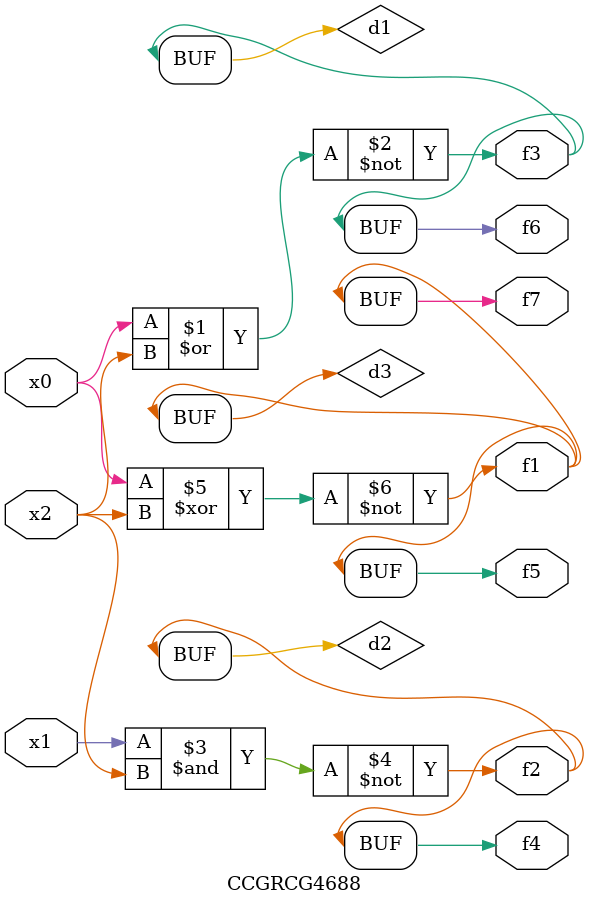
<source format=v>
module CCGRCG4688(
	input x0, x1, x2,
	output f1, f2, f3, f4, f5, f6, f7
);

	wire d1, d2, d3;

	nor (d1, x0, x2);
	nand (d2, x1, x2);
	xnor (d3, x0, x2);
	assign f1 = d3;
	assign f2 = d2;
	assign f3 = d1;
	assign f4 = d2;
	assign f5 = d3;
	assign f6 = d1;
	assign f7 = d3;
endmodule

</source>
